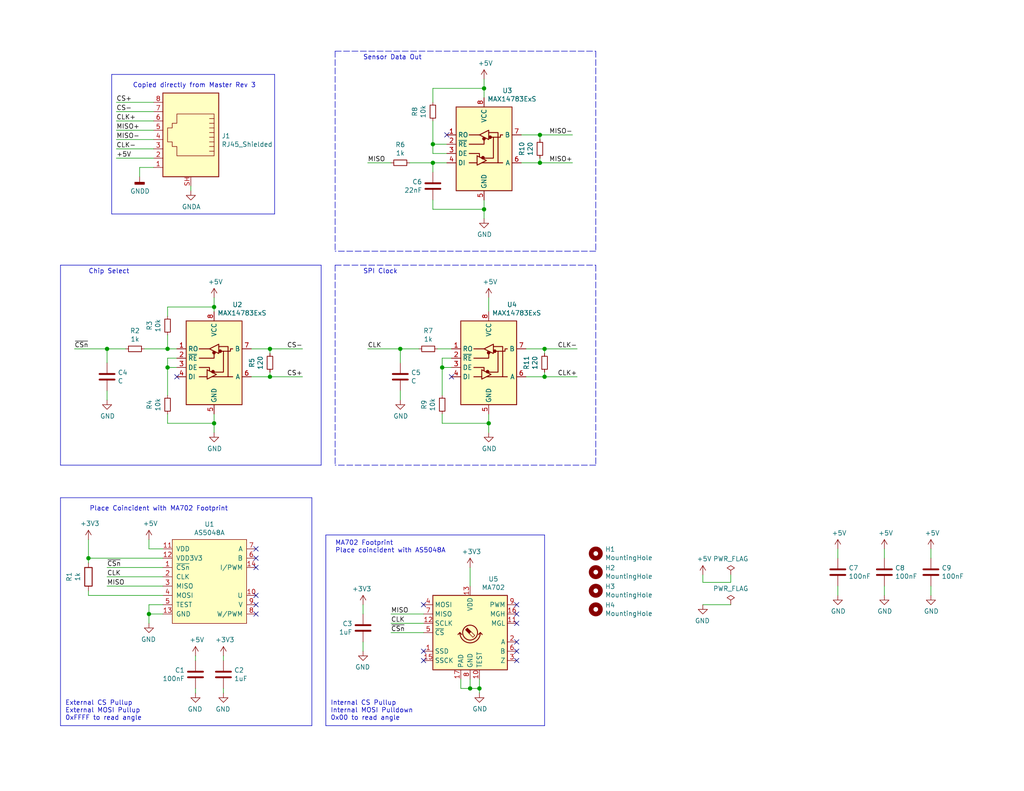
<source format=kicad_sch>
(kicad_sch (version 20200828) (generator eeschema)
  (page 1 1)
  (paper "A")
  (title_block (title "SPI DIfferential Encoder") (date "2020-10-03") (rev "3") (company "Wetmelon Enterprises"))
  (lib_symbols
    (symbol "Connector:RJ45_Shielded" (pin_names (offset 1.016))
      (property "Reference" "J" (at -5.08 13.97 0))
      (property "Value" "RJ45_Shielded" (at 2.54 13.97 0))
      (symbol "RJ45_Shielded_0_1"
        (rectangle (start 7.62 12.7) (end -7.62 -10.16) (stroke (width 0.254)) (fill (type background)))
        (polyline (pts (xy -5.08 4.445) (xy -6.35 4.445)))
        (polyline (pts (xy -5.08 5.715) (xy -6.35 5.715)))
        (polyline (pts (xy -6.35 -3.175) (xy -5.08 -3.175) (xy -5.08 -3.175)))
        (polyline (pts (xy -6.35 -1.905) (xy -5.08 -1.905) (xy -5.08 -1.905)))
        (polyline (pts (xy -6.35 -0.635) (xy -5.08 -0.635) (xy -5.08 -0.635)))
        (polyline (pts (xy -6.35 0.635) (xy -5.08 0.635) (xy -5.08 0.635)))
        (polyline (pts (xy -6.35 1.905) (xy -5.08 1.905) (xy -5.08 1.905)))
        (polyline (pts (xy -5.08 3.175) (xy -6.35 3.175) (xy -6.35 3.175)))
        (polyline (pts (xy -6.35 -4.445) (xy -6.35 6.985) (xy 3.81 6.985) (xy 3.81 4.445) (xy 5.08 4.445) (xy 5.08 3.175) (xy 6.35 3.175) (xy 6.35 -0.635) (xy 5.08 -0.635) (xy 5.08 -1.905) (xy 3.81 -1.905) (xy 3.81 -4.445) (xy -6.35 -4.445) (xy -6.35 -4.445)))
      )
      (symbol "RJ45_Shielded_1_1"
        (pin passive line (at 10.16 -7.62 180) (length 2.54) (name "~") (number "1"))
        (pin passive line (at 10.16 -5.08 180) (length 2.54) (name "~") (number "2"))
        (pin passive line (at 10.16 -2.54 180) (length 2.54) (name "~") (number "3"))
        (pin passive line (at 10.16 0 180) (length 2.54) (name "~") (number "4"))
        (pin passive line (at 10.16 2.54 180) (length 2.54) (name "~") (number "5"))
        (pin passive line (at 10.16 5.08 180) (length 2.54) (name "~") (number "6"))
        (pin passive line (at 10.16 7.62 180) (length 2.54) (name "~") (number "7"))
        (pin passive line (at 10.16 10.16 180) (length 2.54) (name "~") (number "8"))
        (pin passive line (at 0 -12.7 90) (length 2.54) (name "~") (number "SH"))
      )
    )
    (symbol "Device:C" (pin_numbers hide) (pin_names (offset 0.254))
      (property "Reference" "C" (at 0.635 2.54 0))
      (property "Value" "C" (at 0.635 -2.54 0))
      (symbol "C_0_1"
        (polyline (pts (xy -2.032 -0.762) (xy 2.032 -0.762)) (stroke (width 0.508)))
        (polyline (pts (xy -2.032 0.762) (xy 2.032 0.762)) (stroke (width 0.508)))
      )
      (symbol "C_1_1"
        (pin passive line (at 0 3.81 270) (length 2.794) (name "~") (number "1"))
        (pin passive line (at 0 -3.81 90) (length 2.794) (name "~") (number "2"))
      )
    )
    (symbol "Device:R" (pin_numbers hide) (pin_names (offset 0))
      (property "Reference" "R" (at 2.032 0 90))
      (property "Value" "R" (at 0 0 90))
      (symbol "R_0_1"
        (rectangle (start -1.016 -2.54) (end 1.016 2.54) (stroke (width 0.254)))
      )
      (symbol "R_1_1"
        (pin passive line (at 0 3.81 270) (length 1.27) (name "~") (number "1"))
        (pin passive line (at 0 -3.81 90) (length 1.27) (name "~") (number "2"))
      )
    )
    (symbol "Device:R_Small" (pin_numbers hide) (pin_names (offset 0.254) hide)
      (property "Reference" "R" (at 0.762 0.508 0))
      (property "Value" "R_Small" (at 0.762 -1.016 0))
      (symbol "R_Small_0_1"
        (rectangle (start -0.762 1.778) (end 0.762 -1.778) (stroke (width 0.2032)))
      )
      (symbol "R_Small_1_1"
        (pin passive line (at 0 2.54 270) (length 0.762) (name "~") (number "1"))
        (pin passive line (at 0 -2.54 90) (length 0.762) (name "~") (number "2"))
      )
    )
    (symbol "Interface_UART:MAX14783ExS"
      (property "Reference" "U" (at -6.096 11.43 0))
      (property "Value" "MAX14783ExS" (at 0.762 11.43 0))
      (symbol "MAX14783ExS_0_1"
        (circle (center -0.3048 -3.683) (radius 0.3556) (stroke (width 0.254)) (fill (type outline)))
        (circle (center -0.0254 1.4986) (radius 0.3556) (stroke (width 0.254)) (fill (type outline)))
        (circle (center 1.651 1.905) (radius 0.3556) (stroke (width 0.254)) (fill (type outline)))
        (rectangle (start -7.62 10.16) (end 7.62 -12.7) (stroke (width 0.254)) (fill (type background)))
        (rectangle (start 1.27 3.175) (end 1.27 3.175))
        (polyline (pts (xy -4.064 -5.08) (xy -1.905 -5.08)) (stroke (width 0.254)))
        (polyline (pts (xy -4.064 2.54) (xy -1.27 2.54)) (stroke (width 0.254)))
        (polyline (pts (xy -1.27 -3.2004) (xy -1.27 -3.4544)) (stroke (width 0.254)))
        (polyline (pts (xy -0.635 -5.08) (xy 5.08 -5.08)) (stroke (width 0.254)))
        (polyline (pts (xy -4.064 -2.54) (xy -1.27 -2.54) (xy -1.27 -3.175)) (stroke (width 0.254)))
        (polyline (pts (xy 0 1.27) (xy 0 0) (xy -4.064 0)) (stroke (width 0.254)))
        (polyline (pts (xy 1.27 3.175) (xy 3.81 3.175) (xy 3.81 -5.08)) (stroke (width 0.254)))
        (polyline (pts (xy 2.54 1.905) (xy 2.54 -3.81) (xy 0 -3.81)) (stroke (width 0.254)))
        (polyline (pts (xy -1.905 -3.175) (xy -1.905 -5.715) (xy 0.635 -4.445) (xy -1.905 -3.175)) (stroke (width 0.254)))
        (polyline (pts (xy -1.27 2.54) (xy 1.27 3.81) (xy 1.27 1.27) (xy -1.27 2.54)) (stroke (width 0.254)))
        (polyline (pts (xy 1.905 1.905) (xy 4.445 1.905) (xy 4.445 2.54) (xy 5.08 2.54)) (stroke (width 0.254)))
      )
      (symbol "MAX14783ExS_1_1"
        (pin output line (at -10.16 2.54 0) (length 2.54) (name "RO") (number "1"))
        (pin input line (at -10.16 0 0) (length 2.54) (name "~RE") (number "2"))
        (pin input line (at -10.16 -2.54 0) (length 2.54) (name "DE") (number "3"))
        (pin input line (at -10.16 -5.08 0) (length 2.54) (name "DI") (number "4"))
        (pin power_in line (at 0 -15.24 90) (length 2.54) (name "GND") (number "5"))
        (pin bidirectional line (at 10.16 -5.08 180) (length 2.54) (name "A") (number "6"))
        (pin bidirectional line (at 10.16 2.54 180) (length 2.54) (name "B") (number "7"))
        (pin power_in line (at 0 12.7 270) (length 2.54) (name "VCC") (number "8"))
      )
    )
    (symbol "Mechanical:MountingHole" (pin_names (offset 1.016))
      (property "Reference" "H" (at 0 5.08 0))
      (property "Value" "MountingHole" (at 0 3.175 0))
      (symbol "MountingHole_0_1"
        (circle (center 0 0) (radius 1.27) (stroke (width 1.27)))
      )
    )
    (symbol "Sensor_Magnetic:MA730"
      (property "Reference" "U" (at -10.16 11.43 0))
      (property "Value" "MA730" (at 10.16 11.43 0))
      (symbol "MA730_0_1"
        (arc (start -2.794 0) (end 2.794 0) (radius (at 0 0) (length 2.794) (angles -179.9 -0.1)) (stroke (width 0.254)))
        (rectangle (start -10.16 10.16) (end 10.16 -10.16) (stroke (width 0.254)) (fill (type background)))
        (polyline (pts (xy -2.794 0) (xy -3.302 -0.508)) (stroke (width 0.254)))
        (polyline (pts (xy -2.794 0) (xy -2.286 -0.508)) (stroke (width 0.254)))
        (polyline (pts (xy 2.794 0) (xy 2.286 -0.508)) (stroke (width 0.254)))
        (polyline (pts (xy 2.794 0) (xy 3.302 -0.508)) (stroke (width 0.254)))
      )
      (symbol "MA730_1_1"
        (circle (center 0 0) (radius 2.032) (stroke (width 0.254)))
        (polyline (pts (xy 0.254 0.254) (xy 1.27 -0.762) (xy 0.762 -1.27) (xy -0.254 -0.254)))
        (polyline (pts (xy -0.762 1.27) (xy 0.254 0.254) (xy -0.254 -0.254) (xy -1.27 0.762) (xy -1.016 1.016) (xy -0.762 1.27) (xy -0.635 1.143)) (fill (type outline)))
        (pin output line (at -12.7 -5.08 0) (length 2.54) (name "SSD") (number "1"))
        (pin passive line (at 2.54 -12.7 90) (length 2.54) (name "TEST") (number "10"))
        (pin output line (at 12.7 2.54 180) (length 2.54) (name "MGL") (number "11"))
        (pin input line (at -12.7 2.54 0) (length 2.54) (name "SCLK") (number "12"))
        (pin power_in line (at 0 12.7 270) (length 2.54) (name "VDD") (number "13"))
        (pin unconnected line (at 5.08 -10.16 90) (length 2.54) hide (name "NC") (number "14"))
        (pin input line (at -12.7 -7.62 0) (length 2.54) (name "SSCK") (number "15"))
        (pin output line (at 12.7 5.08 180) (length 2.54) (name "MGH") (number "16"))
        (pin input line (at -2.54 -12.7 90) (length 2.54) (name "PAD") (number "17"))
        (pin output line (at 12.7 -2.54 180) (length 2.54) (name "A") (number "2"))
        (pin output line (at 12.7 -7.62 180) (length 2.54) (name "Z") (number "3"))
        (pin input line (at -12.7 7.62 0) (length 2.54) (name "MOSI") (number "4"))
        (pin input line (at -12.7 0 0) (length 2.54) (name "~CS") (number "5"))
        (pin output line (at 12.7 -5.08 180) (length 2.54) (name "B") (number "6"))
        (pin output line (at -12.7 5.08 0) (length 2.54) (name "MISO") (number "7"))
        (pin power_in line (at 0 -12.7 90) (length 2.54) (name "GND") (number "8"))
        (pin output line (at 12.7 7.62 180) (length 2.54) (name "PWM") (number "9"))
      )
    )
    (symbol "Wetmelon:AS5047U" (pin_names (offset 1.016))
      (property "Reference" "U" (at 6.35 11.43 0))
      (property "Value" "AS5047U" (at -5.08 11.43 0))
      (symbol "AS5047U_0_1"
        (rectangle (start -10.16 10.16) (end 10.16 -12.7) (fill (type background)))
      )
      (symbol "AS5047U_1_1"
        (pin input line (at -12.7 2.54 0) (length 2.54) (name "~CSn") (number "1"))
        (pin output line (at 12.7 -5.08 180) (length 2.54) (name "U") (number "10"))
        (pin power_in line (at -12.7 7.62 0) (length 2.54) (name "VDD") (number "11"))
        (pin power_out line (at -12.7 5.08 0) (length 2.54) (name "VDD3V3") (number "12"))
        (pin power_in line (at -12.7 -10.16 0) (length 2.54) (name "GND") (number "13"))
        (pin output line (at 12.7 2.54 180) (length 2.54) (name "I/PWM") (number "14"))
        (pin input line (at -12.7 0 0) (length 2.54) (name "CLK") (number "2"))
        (pin output line (at -12.7 -2.54 0) (length 2.54) (name "MISO") (number "3"))
        (pin input line (at -12.7 -5.08 0) (length 2.54) (name "MOSI") (number "4"))
        (pin input line (at -12.7 -7.62 0) (length 2.54) (name "TEST") (number "5"))
        (pin output line (at 12.7 5.08 180) (length 2.54) (name "B") (number "6"))
        (pin input line (at 12.7 7.62 180) (length 2.54) (name "A") (number "7"))
        (pin output line (at 12.7 -10.16 180) (length 2.54) (name "W/PWM") (number "8"))
        (pin output line (at 12.7 -7.62 180) (length 2.54) (name "V") (number "9"))
      )
    )
    (symbol "power:+3.3V" (power) (pin_names (offset 0))
      (property "Value" "+3.3V" (at 0 3.556 0))
      (symbol "+3.3V_0_1"
        (polyline (pts (xy -0.762 1.27) (xy 0 2.54)))
        (polyline (pts (xy 0 0) (xy 0 2.54)))
        (polyline (pts (xy 0 2.54) (xy 0.762 1.27)))
      )
      (symbol "+3.3V_1_1"
        (pin power_in line (at 0 0 90) (length 0) hide (name "+3V3") (number "1"))
      )
    )
    (symbol "power:+5V" (power) (pin_names (offset 0))
      (property "Value" "+5V" (at 0 3.556 0))
      (symbol "+5V_0_1"
        (polyline (pts (xy -0.762 1.27) (xy 0 2.54)))
        (polyline (pts (xy 0 0) (xy 0 2.54)))
        (polyline (pts (xy 0 2.54) (xy 0.762 1.27)))
      )
      (symbol "+5V_1_1"
        (pin power_in line (at 0 0 90) (length 0) hide (name "+5V") (number "1"))
      )
    )
    (symbol "power:GND" (power) (pin_names (offset 0))
      (property "Value" "GND" (at 0 -3.81 0))
      (symbol "GND_0_1"
        (polyline (pts (xy 0 0) (xy 0 -1.27) (xy 1.27 -1.27) (xy 0 -2.54) (xy -1.27 -1.27) (xy 0 -1.27)))
      )
      (symbol "GND_1_1"
        (pin power_in line (at 0 0 270) (length 0) hide (name "GND") (number "1"))
      )
    )
    (symbol "power:GNDA" (power) (pin_names (offset 0))
      (property "Value" "GNDA" (at 0 -3.81 0))
      (symbol "GNDA_0_1"
        (polyline (pts (xy 0 0) (xy 0 -1.27) (xy 1.27 -1.27) (xy 0 -2.54) (xy -1.27 -1.27) (xy 0 -1.27)))
      )
      (symbol "GNDA_1_1"
        (pin power_in line (at 0 0 270) (length 0) hide (name "GNDA") (number "1"))
      )
    )
    (symbol "power:GNDD" (power) (pin_names (offset 0))
      (property "Value" "GNDD" (at 0 -3.175 0))
      (symbol "GNDD_0_1"
        (rectangle (start -1.27 -1.524) (end 1.27 -2.032) (stroke (width 0.254)) (fill (type outline)))
        (polyline (pts (xy 0 0) (xy 0 -1.524)))
      )
      (symbol "GNDD_1_1"
        (pin power_in line (at 0 0 270) (length 0) hide (name "GNDD") (number "1"))
      )
    )
    (symbol "power:PWR_FLAG" (power) (pin_numbers hide) (pin_names (offset 0) hide)
      (property "Value" "PWR_FLAG" (at 0 3.81 0))
      (symbol "PWR_FLAG_0_1"
        (polyline (pts (xy 0 0) (xy 0 1.27) (xy -1.016 1.905) (xy 0 2.54) (xy 1.016 1.905) (xy 0 1.27)))
      )
      (symbol "PWR_FLAG_0_0"
        (pin power_out line (at 0 0 90) (length 0) (name "pwr") (number "1"))
      )
    )
  )
  (junction (at 24.13 152.4) (diameter 1.016))
  (junction (at 29.21 95.25) (diameter 1.016))
  (junction (at 40.64 167.64) (diameter 1.016))
  (junction (at 45.72 95.25) (diameter 1.016))
  (junction (at 45.72 100.33) (diameter 1.016))
  (junction (at 58.42 83.82) (diameter 1.016))
  (junction (at 58.42 115.57) (diameter 1.016))
  (junction (at 73.66 95.25) (diameter 1.016))
  (junction (at 73.66 102.87) (diameter 1.016))
  (junction (at 109.22 95.25) (diameter 1.016))
  (junction (at 118.11 39.37) (diameter 1.016))
  (junction (at 118.11 44.45) (diameter 1.016))
  (junction (at 120.65 100.33) (diameter 1.016))
  (junction (at 128.27 187.96) (diameter 1.016))
  (junction (at 130.81 187.96) (diameter 1.016))
  (junction (at 132.08 24.13) (diameter 1.016))
  (junction (at 132.08 57.15) (diameter 1.016))
  (junction (at 133.35 115.57) (diameter 1.016))
  (junction (at 147.32 36.83) (diameter 1.016))
  (junction (at 147.32 44.45) (diameter 1.016))
  (junction (at 148.59 95.25) (diameter 1.016))
  (junction (at 148.59 102.87) (diameter 1.016))
  (no_connect (at 69.85 149.86))
  (no_connect (at 69.85 152.4))
  (no_connect (at 69.85 154.94))
  (no_connect (at 115.57 165.1))
  (no_connect (at 140.97 175.26))
  (no_connect (at 140.97 177.8))
  (no_connect (at 140.97 180.34))
  (no_connect (at 48.26 102.87))
  (no_connect (at 69.85 162.56))
  (no_connect (at 140.97 165.1))
  (no_connect (at 140.97 167.64))
  (no_connect (at 140.97 170.18))
  (no_connect (at 121.92 36.83))
  (no_connect (at 123.19 102.87))
  (no_connect (at 69.85 165.1))
  (no_connect (at 115.57 177.8))
  (no_connect (at 115.57 180.34))
  (no_connect (at 69.85 167.64))
  (wire (pts (xy 20.32 95.25) (xy 29.21 95.25)))
  (wire (pts (xy 24.13 147.32) (xy 24.13 152.4)))
  (wire (pts (xy 24.13 152.4) (xy 24.13 153.67)))
  (wire (pts (xy 24.13 152.4) (xy 44.45 152.4)))
  (wire (pts (xy 24.13 162.56) (xy 24.13 161.29)))
  (wire (pts (xy 29.21 95.25) (xy 34.29 95.25)))
  (wire (pts (xy 29.21 99.06) (xy 29.21 95.25)))
  (wire (pts (xy 29.21 109.22) (xy 29.21 106.68)))
  (wire (pts (xy 29.21 154.94) (xy 44.45 154.94)))
  (wire (pts (xy 29.21 157.48) (xy 44.45 157.48)))
  (wire (pts (xy 31.75 27.94) (xy 41.91 27.94)))
  (wire (pts (xy 31.75 30.48) (xy 41.91 30.48)))
  (wire (pts (xy 31.75 33.02) (xy 41.91 33.02)))
  (wire (pts (xy 31.75 35.56) (xy 41.91 35.56)))
  (wire (pts (xy 31.75 38.1) (xy 41.91 38.1)))
  (wire (pts (xy 31.75 40.64) (xy 41.91 40.64)))
  (wire (pts (xy 31.75 43.18) (xy 41.91 43.18)))
  (wire (pts (xy 38.1 45.72) (xy 41.91 45.72)))
  (wire (pts (xy 38.1 48.26) (xy 38.1 45.72)))
  (wire (pts (xy 39.37 95.25) (xy 45.72 95.25)))
  (wire (pts (xy 40.64 149.86) (xy 40.64 147.32)))
  (wire (pts (xy 40.64 165.1) (xy 40.64 167.64)))
  (wire (pts (xy 40.64 167.64) (xy 44.45 167.64)))
  (wire (pts (xy 40.64 170.18) (xy 40.64 167.64)))
  (wire (pts (xy 44.45 149.86) (xy 40.64 149.86)))
  (wire (pts (xy 44.45 160.02) (xy 29.21 160.02)))
  (wire (pts (xy 44.45 162.56) (xy 24.13 162.56)))
  (wire (pts (xy 44.45 165.1) (xy 40.64 165.1)))
  (wire (pts (xy 45.72 83.82) (xy 58.42 83.82)))
  (wire (pts (xy 45.72 86.36) (xy 45.72 83.82)))
  (wire (pts (xy 45.72 91.44) (xy 45.72 95.25)))
  (wire (pts (xy 45.72 95.25) (xy 48.26 95.25)))
  (wire (pts (xy 45.72 97.79) (xy 45.72 100.33)))
  (wire (pts (xy 45.72 100.33) (xy 45.72 107.95)))
  (wire (pts (xy 45.72 100.33) (xy 48.26 100.33)))
  (wire (pts (xy 45.72 113.03) (xy 45.72 115.57)))
  (wire (pts (xy 45.72 115.57) (xy 58.42 115.57)))
  (wire (pts (xy 48.26 97.79) (xy 45.72 97.79)))
  (wire (pts (xy 52.07 52.07) (xy 52.07 50.8)))
  (wire (pts (xy 53.34 179.07) (xy 53.34 180.34)))
  (wire (pts (xy 53.34 189.23) (xy 53.34 187.96)))
  (wire (pts (xy 58.42 81.28) (xy 58.42 83.82)))
  (wire (pts (xy 58.42 83.82) (xy 58.42 85.09)))
  (wire (pts (xy 58.42 113.03) (xy 58.42 115.57)))
  (wire (pts (xy 58.42 115.57) (xy 58.42 118.11)))
  (wire (pts (xy 60.96 179.07) (xy 60.96 180.34)))
  (wire (pts (xy 60.96 189.23) (xy 60.96 187.96)))
  (wire (pts (xy 68.58 95.25) (xy 73.66 95.25)))
  (wire (pts (xy 68.58 102.87) (xy 73.66 102.87)))
  (wire (pts (xy 73.66 95.25) (xy 73.66 96.52)))
  (wire (pts (xy 73.66 95.25) (xy 82.55 95.25)))
  (wire (pts (xy 73.66 101.6) (xy 73.66 102.87)))
  (wire (pts (xy 73.66 102.87) (xy 82.55 102.87)))
  (wire (pts (xy 99.06 165.1) (xy 99.06 167.64)))
  (wire (pts (xy 99.06 175.26) (xy 99.06 177.8)))
  (wire (pts (xy 100.33 44.45) (xy 106.68 44.45)))
  (wire (pts (xy 100.33 95.25) (xy 109.22 95.25)))
  (wire (pts (xy 106.68 167.64) (xy 115.57 167.64)))
  (wire (pts (xy 106.68 170.18) (xy 115.57 170.18)))
  (wire (pts (xy 106.68 172.72) (xy 115.57 172.72)))
  (wire (pts (xy 109.22 95.25) (xy 114.3 95.25)))
  (wire (pts (xy 109.22 99.06) (xy 109.22 95.25)))
  (wire (pts (xy 109.22 109.22) (xy 109.22 106.68)))
  (wire (pts (xy 111.76 44.45) (xy 118.11 44.45)))
  (wire (pts (xy 118.11 24.13) (xy 132.08 24.13)))
  (wire (pts (xy 118.11 27.94) (xy 118.11 24.13)))
  (wire (pts (xy 118.11 33.02) (xy 118.11 39.37)))
  (wire (pts (xy 118.11 39.37) (xy 121.92 39.37)))
  (wire (pts (xy 118.11 41.91) (xy 118.11 39.37)))
  (wire (pts (xy 118.11 44.45) (xy 118.11 46.99)))
  (wire (pts (xy 118.11 44.45) (xy 121.92 44.45)))
  (wire (pts (xy 118.11 54.61) (xy 118.11 57.15)))
  (wire (pts (xy 118.11 57.15) (xy 132.08 57.15)))
  (wire (pts (xy 119.38 95.25) (xy 123.19 95.25)))
  (wire (pts (xy 120.65 97.79) (xy 120.65 100.33)))
  (wire (pts (xy 120.65 100.33) (xy 120.65 107.95)))
  (wire (pts (xy 120.65 100.33) (xy 123.19 100.33)))
  (wire (pts (xy 120.65 113.03) (xy 120.65 115.57)))
  (wire (pts (xy 120.65 115.57) (xy 133.35 115.57)))
  (wire (pts (xy 121.92 41.91) (xy 118.11 41.91)))
  (wire (pts (xy 123.19 97.79) (xy 120.65 97.79)))
  (wire (pts (xy 125.73 185.42) (xy 125.73 187.96)))
  (wire (pts (xy 125.73 187.96) (xy 128.27 187.96)))
  (wire (pts (xy 128.27 154.94) (xy 128.27 160.02)))
  (wire (pts (xy 128.27 185.42) (xy 128.27 187.96)))
  (wire (pts (xy 128.27 187.96) (xy 130.81 187.96)))
  (wire (pts (xy 130.81 185.42) (xy 130.81 187.96)))
  (wire (pts (xy 130.81 187.96) (xy 130.81 189.23)))
  (wire (pts (xy 132.08 21.59) (xy 132.08 24.13)))
  (wire (pts (xy 132.08 24.13) (xy 132.08 26.67)))
  (wire (pts (xy 132.08 57.15) (xy 132.08 54.61)))
  (wire (pts (xy 132.08 57.15) (xy 132.08 59.69)))
  (wire (pts (xy 133.35 81.28) (xy 133.35 85.09)))
  (wire (pts (xy 133.35 113.03) (xy 133.35 115.57)))
  (wire (pts (xy 133.35 115.57) (xy 133.35 118.11)))
  (wire (pts (xy 142.24 36.83) (xy 147.32 36.83)))
  (wire (pts (xy 142.24 44.45) (xy 147.32 44.45)))
  (wire (pts (xy 143.51 95.25) (xy 148.59 95.25)))
  (wire (pts (xy 143.51 102.87) (xy 148.59 102.87)))
  (wire (pts (xy 147.32 36.83) (xy 147.32 38.1)))
  (wire (pts (xy 147.32 36.83) (xy 156.21 36.83)))
  (wire (pts (xy 147.32 43.18) (xy 147.32 44.45)))
  (wire (pts (xy 147.32 44.45) (xy 156.21 44.45)))
  (wire (pts (xy 148.59 95.25) (xy 148.59 96.52)))
  (wire (pts (xy 148.59 95.25) (xy 157.48 95.25)))
  (wire (pts (xy 148.59 101.6) (xy 148.59 102.87)))
  (wire (pts (xy 148.59 102.87) (xy 157.48 102.87)))
  (wire (pts (xy 191.77 156.972) (xy 191.77 159.004)))
  (wire (pts (xy 191.77 159.004) (xy 199.39 159.004)))
  (wire (pts (xy 191.77 165.1) (xy 199.39 165.1)))
  (wire (pts (xy 199.39 159.004) (xy 199.39 156.972)))
  (wire (pts (xy 228.6 149.86) (xy 228.6 152.4)))
  (wire (pts (xy 228.6 160.02) (xy 228.6 162.56)))
  (wire (pts (xy 241.3 149.86) (xy 241.3 152.4)))
  (wire (pts (xy 241.3 160.02) (xy 241.3 162.56)))
  (wire (pts (xy 254 149.86) (xy 254 152.4)))
  (wire (pts (xy 254 160.02) (xy 254 162.56)))
  (polyline (pts (xy 16.51 72.39) (xy 16.51 127)) (stroke (width 0) (type solid)))
  (polyline (pts (xy 16.51 72.39) (xy 87.63 72.39)) (stroke (width 0) (type solid)))
  (polyline (pts (xy 16.51 135.89) (xy 85.09 135.89)) (stroke (width 0) (type solid)))
  (polyline (pts (xy 16.51 198.12) (xy 16.51 135.89)) (stroke (width 0) (type solid)))
  (polyline (pts (xy 30.48 20.32) (xy 30.48 58.42)) (stroke (width 0) (type solid)))
  (polyline (pts (xy 30.48 20.32) (xy 74.93 20.32)) (stroke (width 0) (type solid)))
  (polyline (pts (xy 74.93 20.32) (xy 74.93 58.42)) (stroke (width 0) (type solid)))
  (polyline (pts (xy 74.93 58.42) (xy 30.48 58.42)) (stroke (width 0) (type solid)))
  (polyline (pts (xy 85.09 135.89) (xy 85.09 198.12)) (stroke (width 0) (type solid)))
  (polyline (pts (xy 85.09 198.12) (xy 16.51 198.12)) (stroke (width 0) (type solid)))
  (polyline (pts (xy 87.63 72.39) (xy 87.63 127)) (stroke (width 0) (type solid)))
  (polyline (pts (xy 87.63 127) (xy 16.51 127)) (stroke (width 0) (type solid)))
  (polyline (pts (xy 88.9 146.05) (xy 88.9 198.12)) (stroke (width 0) (type solid)))
  (polyline (pts (xy 88.9 146.05) (xy 148.59 146.05)) (stroke (width 0) (type solid)))
  (polyline (pts (xy 91.44 13.97) (xy 91.44 68.58)) (stroke (width 0.1524) (type dash)))
  (polyline (pts (xy 91.44 13.97) (xy 162.56 13.97)) (stroke (width 0.1524) (type dash)))
  (polyline (pts (xy 91.44 72.39) (xy 91.44 127)) (stroke (width 0.1524) (type dash)))
  (polyline (pts (xy 91.44 72.39) (xy 162.56 72.39)) (stroke (width 0.1524) (type dash)))
  (polyline (pts (xy 148.59 146.05) (xy 148.59 198.12)) (stroke (width 0) (type solid)))
  (polyline (pts (xy 148.59 198.12) (xy 88.9 198.12)) (stroke (width 0) (type solid)))
  (polyline (pts (xy 162.56 13.97) (xy 162.56 68.58)) (stroke (width 0.1524) (type dash)))
  (polyline (pts (xy 162.56 68.58) (xy 91.44 68.58)) (stroke (width 0.1524) (type dash)))
  (polyline (pts (xy 162.56 72.39) (xy 162.56 127)) (stroke (width 0.1524) (type dash)))
  (polyline (pts (xy 162.56 127) (xy 91.44 127)) (stroke (width 0.1524) (type dash)))
  (text "External CS Pullup\nExternal MOSI Pullup\n0xFFFF to read angle" (at 17.78 196.85 0) (effects (font (size 1.27 1.27)) (justify left bottom)))
  (text "Chip Select" (at 24.13 74.93 0) (effects (font (size 1.27 1.27)) (justify left bottom)))
  (text "Place Coincident with MA702 Footprint" (at 62.23 139.7 180) (effects (font (size 1.27 1.27)) (justify right bottom)))
  (text "Copied directly from Master Rev 3" (at 69.85 24.13 180) (effects (font (size 1.27 1.27)) (justify right bottom)))
  (text "Internal CS Pullup\nInternal MOSI Pulldown\n0x00 to read angle" (at 90.17 196.85 0) (effects (font (size 1.27 1.27)) (justify left bottom)))
  (text "MA702 Footprint\nPlace coincident with AS5048A" (at 91.44 151.13 0) (effects (font (size 1.27 1.27)) (justify left bottom)))
  (text "Sensor Data Out" (at 99.06 16.51 0) (effects (font (size 1.27 1.27)) (justify left bottom)))
  (text "SPI Clock" (at 99.06 74.93 0) (effects (font (size 1.27 1.27)) (justify left bottom)))
  (label "~CSn" (at 20.32 95.25 0))
  (label "~CSn" (at 29.21 154.94 0))
  (label "CLK" (at 29.21 157.48 0))
  (label "MISO" (at 29.21 160.02 0))
  (label "CS+" (at 31.75 27.94 0))
  (label "CS-" (at 31.75 30.48 0))
  (label "CLK+" (at 31.75 33.02 0))
  (label "MISO+" (at 31.75 35.56 0))
  (label "MISO-" (at 31.75 38.1 0))
  (label "CLK-" (at 31.75 40.64 0))
  (label "+5V" (at 31.75 43.18 0))
  (label "CS-" (at 82.55 95.25 180))
  (label "CS+" (at 82.55 102.87 180))
  (label "MISO" (at 100.33 44.45 0))
  (label "CLK" (at 100.33 95.25 0))
  (label "MISO" (at 106.68 167.64 0))
  (label "CLK" (at 106.68 170.18 0))
  (label "~CSn" (at 106.68 172.72 0))
  (label "MISO-" (at 156.21 36.83 180))
  (label "MISO+" (at 156.21 44.45 180))
  (label "CLK-" (at 157.48 95.25 180))
  (label "CLK+" (at 157.48 102.87 180))
  (symbol (lib_id "power:PWR_FLAG") (at 199.39 156.972 0) (unit 1)
    (property "Reference" "#FLG0101" (effects hide))
    (property "Value" "PWR_FLAG" (at 199.39 152.5778 0))
  )
  (symbol (lib_id "power:PWR_FLAG") (at 199.39 165.1 0) (unit 1)
    (property "Reference" "#FLG0102" (effects hide))
    (property "Value" "PWR_FLAG" (at 199.39 160.7058 0))
  )
  (symbol (lib_id "power:+3.3V") (at 24.13 147.32 0) (unit 1)
    (property "Reference" "#PWR0111" (effects hide))
    (property "Value" "+3.3V" (at 24.511 142.9258 0))
  )
  (symbol (lib_id "power:+5V") (at 40.64 147.32 0) (unit 1)
    (property "Reference" "#PWR0107" (effects hide))
    (property "Value" "+5V" (at 41.021 142.9258 0))
  )
  (symbol (lib_id "power:+5V") (at 53.34 179.07 0) (unit 1)
    (property "Reference" "#PWR0117" (effects hide))
    (property "Value" "+5V" (at 53.721 174.6758 0))
  )
  (symbol (lib_id "power:+5V") (at 58.42 81.28 0) (unit 1)
    (property "Reference" "#PWR08" (effects hide))
    (property "Value" "+5V" (at 58.7883 76.9556 0))
  )
  (symbol (lib_id "power:+3.3V") (at 60.96 179.07 0) (unit 1)
    (property "Reference" "#PWR0114" (effects hide))
    (property "Value" "+3.3V" (at 61.341 174.6758 0))
  )
  (symbol (lib_id "power:+3.3V") (at 99.06 165.1 0) (mirror y) (unit 1)
    (property "Reference" "#PWR01" (effects hide))
    (property "Value" "+3.3V" (at 98.6917 160.7756 0))
  )
  (symbol (lib_id "power:+3.3V") (at 128.27 154.94 0) (unit 1)
    (property "Reference" "#PWR04" (effects hide))
    (property "Value" "+3.3V" (at 128.6383 150.6156 0))
  )
  (symbol (lib_id "power:+5V") (at 132.08 21.59 0) (unit 1)
    (property "Reference" "#PWR011" (effects hide))
    (property "Value" "+5V" (at 132.4483 17.2656 0))
  )
  (symbol (lib_id "power:+5V") (at 133.35 81.28 0) (unit 1)
    (property "Reference" "#PWR013" (effects hide))
    (property "Value" "+5V" (at 133.7183 76.9556 0))
  )
  (symbol (lib_id "power:+5V") (at 191.77 156.972 0) (unit 1)
    (property "Reference" "#PWR0109" (effects hide))
    (property "Value" "+5V" (at 192.151 152.5778 0))
  )
  (symbol (lib_id "power:+5V") (at 228.6 149.86 0) (unit 1)
    (property "Reference" "#PWR015" (effects hide))
    (property "Value" "+5V" (at 228.9683 145.5356 0))
  )
  (symbol (lib_id "power:+5V") (at 241.3 149.86 0) (unit 1)
    (property "Reference" "#PWR017" (effects hide))
    (property "Value" "+5V" (at 241.6683 145.5356 0))
  )
  (symbol (lib_id "power:+5V") (at 254 149.86 0) (unit 1)
    (property "Reference" "#PWR019" (effects hide))
    (property "Value" "+5V" (at 254.3683 145.5356 0))
  )
  (symbol (lib_id "power:GNDD") (at 38.1 48.26 0) (unit 1)
    (property "Reference" "#PWR06" (effects hide))
    (property "Value" "GNDD" (at 38.2016 52.197 0))
  )
  (symbol (lib_id "power:GND") (at 29.21 109.22 0) (unit 1)
    (property "Reference" "#PWR03" (effects hide))
    (property "Value" "GND" (at 29.337 113.6142 0))
  )
  (symbol (lib_id "power:GND") (at 40.64 170.18 0) (mirror y) (unit 1)
    (property "Reference" "#PWR0108" (effects hide))
    (property "Value" "GND" (at 40.513 174.5742 0))
  )
  (symbol (lib_id "power:GNDA") (at 52.07 52.07 0) (unit 1)
    (property "Reference" "#PWR07" (effects hide))
    (property "Value" "GNDA" (at 52.197 56.4642 0))
  )
  (symbol (lib_id "power:GND") (at 53.34 189.23 0) (mirror y) (unit 1)
    (property "Reference" "#PWR0116" (effects hide))
    (property "Value" "GND" (at 53.213 193.6242 0))
  )
  (symbol (lib_id "power:GND") (at 58.42 118.11 0) (unit 1)
    (property "Reference" "#PWR09" (effects hide))
    (property "Value" "GND" (at 58.547 122.5042 0))
  )
  (symbol (lib_id "power:GND") (at 60.96 189.23 0) (mirror y) (unit 1)
    (property "Reference" "#PWR0115" (effects hide))
    (property "Value" "GND" (at 60.833 193.6242 0))
  )
  (symbol (lib_id "power:GND") (at 99.06 177.8 0) (mirror y) (unit 1)
    (property "Reference" "#PWR02" (effects hide))
    (property "Value" "GND" (at 98.9457 182.1244 0))
  )
  (symbol (lib_id "power:GND") (at 109.22 109.22 0) (unit 1)
    (property "Reference" "#PWR010" (effects hide))
    (property "Value" "GND" (at 109.347 113.6142 0))
  )
  (symbol (lib_id "power:GND") (at 130.81 189.23 0) (unit 1)
    (property "Reference" "#PWR05" (effects hide))
    (property "Value" "GND" (at 130.9243 193.5544 0))
  )
  (symbol (lib_id "power:GND") (at 132.08 59.69 0) (unit 1)
    (property "Reference" "#PWR012" (effects hide))
    (property "Value" "GND" (at 132.1943 64.0144 0))
  )
  (symbol (lib_id "power:GND") (at 133.35 118.11 0) (unit 1)
    (property "Reference" "#PWR014" (effects hide))
    (property "Value" "GND" (at 133.477 122.5042 0))
  )
  (symbol (lib_id "power:GND") (at 191.77 165.1 0) (mirror y) (unit 1)
    (property "Reference" "#PWR0110" (effects hide))
    (property "Value" "GND" (at 191.643 169.4942 0))
  )
  (symbol (lib_id "power:GND") (at 228.6 162.56 0) (unit 1)
    (property "Reference" "#PWR016" (effects hide))
    (property "Value" "GND" (at 228.7143 166.8844 0))
  )
  (symbol (lib_id "power:GND") (at 241.3 162.56 0) (unit 1)
    (property "Reference" "#PWR018" (effects hide))
    (property "Value" "GND" (at 241.4143 166.8844 0))
  )
  (symbol (lib_id "power:GND") (at 254 162.56 0) (unit 1)
    (property "Reference" "#PWR020" (effects hide))
    (property "Value" "GND" (at 254.1143 166.8844 0))
  )
  (symbol (lib_id "Device:R_Small") (at 36.83 95.25 270) (unit 1)
    (property "Reference" "R2" (at 36.83 90.3032 90))
    (property "Value" "1k" (at 36.83 92.6019 90))
    (property "Footprint" "Resistor_SMD:R_0603_1608Metric_Pad1.05x0.95mm_HandSolder" (effects hide))
  )
  (symbol (lib_id "Device:R_Small") (at 45.72 88.9 180) (unit 1)
    (property "Reference" "R3" (at 40.7732 88.9 90))
    (property "Value" "10k" (at 43.0719 88.9 90))
    (property "Footprint" "Resistor_SMD:R_0603_1608Metric_Pad1.05x0.95mm_HandSolder" (effects hide))
  )
  (symbol (lib_id "Device:R_Small") (at 45.72 110.49 180) (unit 1)
    (property "Reference" "R4" (at 40.7732 110.49 90))
    (property "Value" "10k" (at 43.0719 110.49 90))
    (property "Footprint" "Resistor_SMD:R_0603_1608Metric_Pad1.05x0.95mm_HandSolder" (effects hide))
  )
  (symbol (lib_id "Device:R_Small") (at 73.66 99.06 180) (unit 1)
    (property "Reference" "R5" (at 68.7132 99.06 90))
    (property "Value" "120" (at 71.0119 99.06 90))
    (property "Footprint" "Resistor_SMD:R_0603_1608Metric_Pad1.05x0.95mm_HandSolder" (effects hide))
  )
  (symbol (lib_id "Device:R_Small") (at 109.22 44.45 90) (unit 1)
    (property "Reference" "R6" (at 109.22 39.5032 90))
    (property "Value" "1k" (at 109.22 41.8019 90))
    (property "Footprint" "Resistor_SMD:R_0603_1608Metric_Pad1.05x0.95mm_HandSolder" (effects hide))
  )
  (symbol (lib_id "Device:R_Small") (at 116.84 95.25 270) (unit 1)
    (property "Reference" "R7" (at 116.84 90.3032 90))
    (property "Value" "1k" (at 116.84 92.6019 90))
    (property "Footprint" "Resistor_SMD:R_0603_1608Metric_Pad1.05x0.95mm_HandSolder" (effects hide))
  )
  (symbol (lib_id "Device:R_Small") (at 118.11 30.48 180) (unit 1)
    (property "Reference" "R8" (at 113.1632 30.48 90))
    (property "Value" "10k" (at 115.4619 30.48 90))
    (property "Footprint" "Resistor_SMD:R_0603_1608Metric_Pad1.05x0.95mm_HandSolder" (effects hide))
  )
  (symbol (lib_id "Device:R_Small") (at 120.65 110.49 180) (unit 1)
    (property "Reference" "R9" (at 115.7032 110.49 90))
    (property "Value" "10k" (at 118.0019 110.49 90))
    (property "Footprint" "Resistor_SMD:R_0603_1608Metric_Pad1.05x0.95mm_HandSolder" (effects hide))
  )
  (symbol (lib_id "Device:R_Small") (at 147.32 40.64 180) (unit 1)
    (property "Reference" "R10" (at 142.3732 40.64 90))
    (property "Value" "120" (at 144.6719 40.64 90))
    (property "Footprint" "Resistor_SMD:R_0603_1608Metric_Pad1.05x0.95mm_HandSolder" (effects hide))
  )
  (symbol (lib_id "Device:R_Small") (at 148.59 99.06 180) (unit 1)
    (property "Reference" "R11" (at 143.6432 99.06 90))
    (property "Value" "120" (at 145.9419 99.06 90))
    (property "Footprint" "Resistor_SMD:R_0603_1608Metric_Pad1.05x0.95mm_HandSolder" (effects hide))
  )
  (symbol (lib_id "Mechanical:MountingHole") (at 162.56 151.13 0) (unit 1)
    (property "Reference" "H1" (at 165.1 149.9616 0) (effects (justify left)))
    (property "Value" "MountingHole" (at 165.1 152.273 0) (effects (justify left)))
    (property "Footprint" "MountingHole:MountingHole_3mm" (effects hide))
  )
  (symbol (lib_id "Mechanical:MountingHole") (at 162.56 156.21 0) (unit 1)
    (property "Reference" "H2" (at 165.1 155.0416 0) (effects (justify left)))
    (property "Value" "MountingHole" (at 165.1 157.353 0) (effects (justify left)))
    (property "Footprint" "MountingHole:MountingHole_3mm" (effects hide))
  )
  (symbol (lib_id "Mechanical:MountingHole") (at 162.56 161.29 0) (unit 1)
    (property "Reference" "H3" (at 165.1 160.1216 0) (effects (justify left)))
    (property "Value" "MountingHole" (at 165.1 162.433 0) (effects (justify left)))
    (property "Footprint" "MountingHole:MountingHole_3.2mm_M3" (effects hide))
  )
  (symbol (lib_id "Mechanical:MountingHole") (at 162.56 166.37 0) (unit 1)
    (property "Reference" "H4" (at 165.1 165.2016 0) (effects (justify left)))
    (property "Value" "MountingHole" (at 165.1 167.513 0) (effects (justify left)))
    (property "Footprint" "MountingHole:MountingHole_3.2mm_M3" (effects hide))
  )
  (symbol (lib_id "Device:R") (at 24.13 157.48 0) (unit 1)
    (property "Reference" "R1" (at 18.8722 157.48 90))
    (property "Value" "1k" (at 21.1836 157.48 90))
    (property "Footprint" "Resistor_SMD:R_0603_1608Metric_Pad1.05x0.95mm_HandSolder" (effects hide))
    (property "Datasheet" "https://www.mouser.com/ProductDetail/Yageo/AA0402FR-071KL?qs=sGAEpiMZZMu61qfTUdNhG13ofUK0W8CzKiNWDYwkGfJyivaq%252BN2HvQ%3D%3D" (effects hide))
    (property "MANUFACTURER" "Yageo" (effects hide))
    (property "MFN" "AA0402FR-071KL" (effects hide))
  )
  (symbol (lib_id "Device:C") (at 29.21 102.87 0) (unit 1)
    (property "Reference" "C4" (at 32.1311 101.7206 0) (effects (justify left)))
    (property "Value" "C" (at 32.1311 104.0193 0) (effects (justify left)))
    (property "Footprint" "Capacitor_SMD:C_0603_1608Metric_Pad1.05x0.95mm_HandSolder" (effects hide))
  )
  (symbol (lib_id "Device:C") (at 53.34 184.15 0) (mirror y) (unit 1)
    (property "Reference" "C1" (at 50.419 182.9816 0) (effects (justify left)))
    (property "Value" "100nF" (at 50.419 185.293 0) (effects (justify left)))
    (property "Footprint" "Capacitor_SMD:C_0603_1608Metric_Pad1.05x0.95mm_HandSolder" (effects hide))
    (property "Datasheet" "https://www.mouser.com/ProductDetail/KEMET/C0402C104K8PAC7411?qs=%2Fha2pyFaduhn1xVgvtRYdt8w%2FWG8QSZyAXLF3Y%252BHgrPuAI7Q4NWliw%3D%3D" (effects hide))
    (property "MANUFACTURER" "KEMET" (effects hide))
    (property "MFN" "C0402C104K8PAC7411" (effects hide))
  )
  (symbol (lib_id "Device:C") (at 60.96 184.15 0) (unit 1)
    (property "Reference" "C2" (at 63.881 182.9816 0) (effects (justify left)))
    (property "Value" "1uF" (at 63.881 185.293 0) (effects (justify left)))
    (property "Footprint" "Capacitor_SMD:C_0603_1608Metric_Pad1.05x0.95mm_HandSolder" (effects hide))
    (property "Datasheet" "https://www.mouser.com/ProductDetail/KEMET/C0603C106M8PACTU?qs=sGAEpiMZZMs0AnBnWHyRQN7%2FAA2D2lPPIg9cQoSSQ7hJqJcBmJxSHg%3D%3D" (effects hide))
    (property "MANUFACTURER" "KEMET" (effects hide))
    (property "MFN" "C0603C106M8PACTU" (effects hide))
  )
  (symbol (lib_id "Device:C") (at 99.06 171.45 0) (mirror y) (unit 1)
    (property "Reference" "C3" (at 96.139 170.2816 0) (effects (justify left)))
    (property "Value" "1uF" (at 96.139 172.593 0) (effects (justify left)))
    (property "Footprint" "Capacitor_SMD:C_0603_1608Metric_Pad1.05x0.95mm_HandSolder" (effects hide))
    (property "Datasheet" "https://www.mouser.com/ProductDetail/KEMET/C0603C106M8PACTU?qs=sGAEpiMZZMs0AnBnWHyRQN7%2FAA2D2lPPIg9cQoSSQ7hJqJcBmJxSHg%3D%3D" (effects hide))
    (property "MANUFACTURER" "KEMET" (effects hide))
    (property "MFN" "C0603C106M8PACTU" (effects hide))
  )
  (symbol (lib_id "Device:C") (at 109.22 102.87 0) (unit 1)
    (property "Reference" "C5" (at 112.1411 101.7206 0) (effects (justify left)))
    (property "Value" "C" (at 112.1411 104.0193 0) (effects (justify left)))
    (property "Footprint" "Capacitor_SMD:C_0603_1608Metric_Pad1.05x0.95mm_HandSolder" (effects hide))
  )
  (symbol (lib_id "Device:C") (at 118.11 50.8 0) (mirror y) (unit 1)
    (property "Reference" "C6" (at 115.1889 49.6506 0) (effects (justify left)))
    (property "Value" "22nF" (at 115.1889 51.9493 0) (effects (justify left)))
    (property "Footprint" "Capacitor_SMD:C_0603_1608Metric_Pad1.05x0.95mm_HandSolder" (effects hide))
  )
  (symbol (lib_id "Device:C") (at 228.6 156.21 0) (unit 1)
    (property "Reference" "C7" (at 231.5211 155.0606 0) (effects (justify left)))
    (property "Value" "100nF" (at 231.5211 157.3593 0) (effects (justify left)))
    (property "Footprint" "Capacitor_SMD:C_0603_1608Metric_Pad1.05x0.95mm_HandSolder" (effects hide))
  )
  (symbol (lib_id "Device:C") (at 241.3 156.21 0) (unit 1)
    (property "Reference" "C8" (at 244.2211 155.0606 0) (effects (justify left)))
    (property "Value" "100nF" (at 244.2211 157.3593 0) (effects (justify left)))
    (property "Footprint" "Capacitor_SMD:C_0603_1608Metric_Pad1.05x0.95mm_HandSolder" (effects hide))
  )
  (symbol (lib_id "Device:C") (at 254 156.21 0) (unit 1)
    (property "Reference" "C9" (at 256.9211 155.0606 0) (effects (justify left)))
    (property "Value" "100nF" (at 256.9211 157.3593 0) (effects (justify left)))
    (property "Footprint" "Capacitor_SMD:C_0603_1608Metric_Pad1.05x0.95mm_HandSolder" (effects hide))
  )
  (symbol (lib_id "Connector:RJ45_Shielded") (at 52.07 38.1 0) (mirror y) (unit 1)
    (property "Reference" "J1" (at 60.452 37.1094 0) (effects (justify right)))
    (property "Value" "RJ45_Shielded" (at 60.452 39.4208 0) (effects (justify right)))
    (property "Footprint" "Connector_RJ:RJ45_Amphenol_RJHSE5380" (effects hide))
  )
  (symbol (lib_id "Wetmelon:AS5047U") (at 57.15 157.48 0) (unit 1)
    (property "Reference" "U1" (at 57.15 143.129 0))
    (property "Value" "AS5048A" (at 57.15 145.4404 0))
    (property "Footprint" "Package_SO:TSSOP-14_4.4x5mm_P0.65mm" (effects hide))
  )
  (symbol (lib_id "Interface_UART:MAX14783ExS") (at 58.42 97.79 0) (unit 1)
    (property "Reference" "U2" (at 64.77 83.1658 0))
    (property "Value" "MAX14783ExS" (at 66.04 85.4645 0))
    (property "Footprint" "Package_SO:SOIC-8_3.9x4.9mm_P1.27mm" (effects hide))
    (property "Datasheet" "https://datasheets.maximintegrated.com/en/ds/MAX14783E.pdf" (effects hide))
  )
  (symbol (lib_id "Interface_UART:MAX14783ExS") (at 132.08 39.37 0) (unit 1)
    (property "Reference" "U3" (at 138.43 24.7458 0))
    (property "Value" "MAX14783ExS" (at 139.7 27.0445 0))
    (property "Footprint" "Package_SO:SOIC-8_3.9x4.9mm_P1.27mm" (effects hide))
    (property "Datasheet" "https://datasheets.maximintegrated.com/en/ds/MAX14783E.pdf" (effects hide))
  )
  (symbol (lib_id "Interface_UART:MAX14783ExS") (at 133.35 97.79 0) (unit 1)
    (property "Reference" "U4" (at 139.7 83.1658 0))
    (property "Value" "MAX14783ExS" (at 140.97 85.4645 0))
    (property "Footprint" "Package_SO:SOIC-8_3.9x4.9mm_P1.27mm" (effects hide))
    (property "Datasheet" "https://datasheets.maximintegrated.com/en/ds/MAX14783E.pdf" (effects hide))
  )
  (symbol (lib_id "Sensor_Magnetic:MA730") (at 128.27 172.72 0) (unit 1)
    (property "Reference" "U5" (at 134.62 158.0958 0))
    (property "Value" "MA702" (at 134.62 160.3945 0))
    (property "Footprint" "Package_DFN_QFN:QFN-16-1EP_3x3mm_P0.5mm_EP1.8x1.8mm" (effects hide))
    (property "Datasheet" "https://www.monolithicpower.com/pub/media/document/m/a/ma730_r1.01.pdf" (effects hide))
  )
)
</source>
